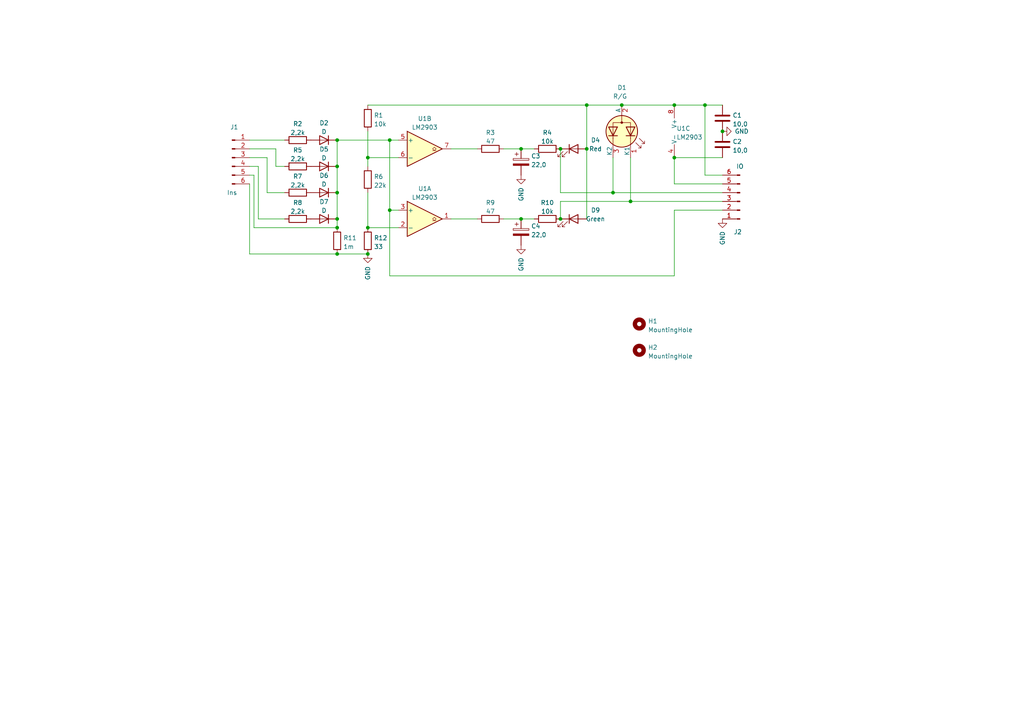
<source format=kicad_sch>
(kicad_sch (version 20211123) (generator eeschema)
  (paper "A4")
  (lib_symbols
    (symbol "Comparator:LM2903" (pin_names (offset 0.127))
      (property "Reference" "U" (at 3.81 3.81 0))
      (property "Value" "LM2903" (at 6.35 -3.81 0))
      (symbol "LM2903_1_1"
        (polyline (pts (xy -5.08 5.08) (xy 5.08 0) (xy -5.08 -5.08) (xy -5.08 5.08)) (stroke (width 0.254)) (fill (type background)))
        (polyline (pts (xy 3.302 -0.508) (xy 2.794 -0.508) (xy 3.302 0) (xy 2.794 0.508) (xy 2.286 0) (xy 2.794 -0.508) (xy 2.286 -0.508)) (stroke (width 0.127)))
        (pin open_collector line (at 7.62 0 180) (length 2.54) (name "~") (number "1"))
        (pin input line (at -7.62 -2.54 0) (length 2.54) (name "-") (number "2"))
        (pin input line (at -7.62 2.54 0) (length 2.54) (name "+") (number "3"))
      )
      (symbol "LM2903_2_1"
        (polyline (pts (xy -5.08 5.08) (xy 5.08 0) (xy -5.08 -5.08) (xy -5.08 5.08)) (stroke (width 0.254)) (fill (type background)))
        (polyline (pts (xy 3.302 -0.508) (xy 2.794 -0.508) (xy 3.302 0) (xy 2.794 0.508) (xy 2.286 0) (xy 2.794 -0.508) (xy 2.286 -0.508)) (stroke (width 0.127)))
        (pin input line (at -7.62 2.54 0) (length 2.54) (name "+") (number "5"))
        (pin input line (at -7.62 -2.54 0) (length 2.54) (name "-") (number "6"))
        (pin open_collector line (at 7.62 0 180) (length 2.54) (name "~") (number "7"))
      )
      (symbol "LM2903_3_1"
        (pin power_in line (at -2.54 -7.62 90) (length 3.81) (name "V-") (number "4"))
        (pin power_in line (at -2.54 7.62 270) (length 3.81) (name "V+") (number "8"))
      )
    )
    (symbol "Connector:Conn_01x06_Male" (pin_names (offset 1.016) hide)
      (property "Reference" "J" (at 0 7.62 0))
      (property "Value" "Conn_01x06_Male" (at 0 -10.16 0))
      (symbol "Conn_01x06_Male_1_1"
        (polyline (pts (xy 1.27 -7.62) (xy 0.8636 -7.62)) (stroke (width 0.1524)))
        (polyline (pts (xy 1.27 -5.08) (xy 0.8636 -5.08)) (stroke (width 0.1524)))
        (polyline (pts (xy 1.27 -2.54) (xy 0.8636 -2.54)) (stroke (width 0.1524)))
        (polyline (pts (xy 1.27 0) (xy 0.8636 0)) (stroke (width 0.1524)))
        (polyline (pts (xy 1.27 2.54) (xy 0.8636 2.54)) (stroke (width 0.1524)))
        (polyline (pts (xy 1.27 5.08) (xy 0.8636 5.08)) (stroke (width 0.1524)))
        (rectangle (start 0.8636 -7.493) (end 0 -7.747) (stroke (width 0.1524)) (fill (type outline)))
        (rectangle (start 0.8636 -4.953) (end 0 -5.207) (stroke (width 0.1524)) (fill (type outline)))
        (rectangle (start 0.8636 -2.413) (end 0 -2.667) (stroke (width 0.1524)) (fill (type outline)))
        (rectangle (start 0.8636 0.127) (end 0 -0.127) (stroke (width 0.1524)) (fill (type outline)))
        (rectangle (start 0.8636 2.667) (end 0 2.413) (stroke (width 0.1524)) (fill (type outline)))
        (rectangle (start 0.8636 5.207) (end 0 4.953) (stroke (width 0.1524)) (fill (type outline)))
        (pin passive line (at 5.08 5.08 180) (length 3.81) (name "Pin_1") (number "1"))
        (pin passive line (at 5.08 2.54 180) (length 3.81) (name "Pin_2") (number "2"))
        (pin passive line (at 5.08 0 180) (length 3.81) (name "Pin_3") (number "3"))
        (pin passive line (at 5.08 -2.54 180) (length 3.81) (name "Pin_4") (number "4"))
        (pin passive line (at 5.08 -5.08 180) (length 3.81) (name "Pin_5") (number "5"))
        (pin passive line (at 5.08 -7.62 180) (length 3.81) (name "Pin_6") (number "6"))
      )
    )
    (symbol "Device:C" (pin_numbers hide) (pin_names (offset 0.254))
      (property "Reference" "C" (at 0.635 2.54 0))
      (property "Value" "C" (at 0.635 -2.54 0))
      (symbol "C_0_1"
        (polyline (pts (xy -2.032 -0.762) (xy 2.032 -0.762)) (stroke (width 0.508)))
        (polyline (pts (xy -2.032 0.762) (xy 2.032 0.762)) (stroke (width 0.508)))
      )
      (symbol "C_1_1"
        (pin passive line (at 0 3.81 270) (length 2.794) (name "~") (number "1"))
        (pin passive line (at 0 -3.81 90) (length 2.794) (name "~") (number "2"))
      )
    )
    (symbol "Device:C_Polarized" (pin_numbers hide) (pin_names (offset 0.254))
      (property "Reference" "C" (at 0.635 2.54 0))
      (property "Value" "C_Polarized" (at 0.635 -2.54 0))
      (symbol "C_Polarized_0_1"
        (rectangle (start -2.286 0.508) (end 2.286 1.016))
        (polyline (pts (xy -1.778 2.286) (xy -0.762 2.286)))
        (polyline (pts (xy -1.27 2.794) (xy -1.27 1.778)))
        (rectangle (start 2.286 -0.508) (end -2.286 -1.016) (fill (type outline)))
      )
      (symbol "C_Polarized_1_1"
        (pin passive line (at 0 3.81 270) (length 2.794) (name "~") (number "1"))
        (pin passive line (at 0 -3.81 90) (length 2.794) (name "~") (number "2"))
      )
    )
    (symbol "Device:D" (pin_numbers hide) (pin_names (offset 1.016) hide)
      (property "Reference" "D" (at 0 2.54 0))
      (property "Value" "D" (at 0 -2.54 0))
      (symbol "D_0_1"
        (polyline (pts (xy -1.27 1.27) (xy -1.27 -1.27)) (stroke (width 0.254)))
        (polyline (pts (xy 1.27 0) (xy -1.27 0)))
        (polyline (pts (xy 1.27 1.27) (xy 1.27 -1.27) (xy -1.27 0) (xy 1.27 1.27)) (stroke (width 0.254)))
      )
      (symbol "D_1_1"
        (pin passive line (at -3.81 0 0) (length 2.54) (name "K") (number "1"))
        (pin passive line (at 3.81 0 180) (length 2.54) (name "A") (number "2"))
      )
    )
    (symbol "Device:LED" (pin_numbers hide) (pin_names (offset 1.016) hide)
      (property "Reference" "D" (at 0 2.54 0))
      (property "Value" "LED" (at 0 -2.54 0))
      (symbol "LED_0_1"
        (polyline (pts (xy -1.27 -1.27) (xy -1.27 1.27)) (stroke (width 0.254)))
        (polyline (pts (xy -1.27 0) (xy 1.27 0)))
        (polyline (pts (xy 1.27 -1.27) (xy 1.27 1.27) (xy -1.27 0) (xy 1.27 -1.27)) (stroke (width 0.254)))
        (polyline (pts (xy -3.048 -0.762) (xy -4.572 -2.286) (xy -3.81 -2.286) (xy -4.572 -2.286) (xy -4.572 -1.524)))
        (polyline (pts (xy -1.778 -0.762) (xy -3.302 -2.286) (xy -2.54 -2.286) (xy -3.302 -2.286) (xy -3.302 -1.524)))
      )
      (symbol "LED_1_1"
        (pin passive line (at -3.81 0 0) (length 2.54) (name "K") (number "1"))
        (pin passive line (at 3.81 0 180) (length 2.54) (name "A") (number "2"))
      )
    )
    (symbol "Device:LED_Dual_KAK" (pin_names (offset 0))
      (property "Reference" "D" (at 0 5.715 0))
      (property "Value" "LED_Dual_KAK" (at 0 -6.35 0))
      (symbol "LED_Dual_KAK_0_1"
        (circle (center -2.54 0) (radius 0.2794) (fill (type outline)))
        (polyline (pts (xy -4.572 0) (xy -2.54 0)))
        (polyline (pts (xy 1.27 -1.27) (xy 1.27 -3.81)) (stroke (width 0.254)))
        (polyline (pts (xy 1.27 3.81) (xy 1.27 1.27)) (stroke (width 0.254)))
        (polyline (pts (xy 3.81 -2.54) (xy 1.905 -2.54)))
        (polyline (pts (xy 3.81 2.54) (xy 1.905 2.54)))
        (polyline (pts (xy -1.27 -1.27) (xy -1.27 -3.81) (xy 1.27 -2.54) (xy -1.27 -1.27)) (stroke (width 0.254)))
        (polyline (pts (xy -1.27 3.81) (xy -1.27 1.27) (xy 1.27 2.54) (xy -1.27 3.81)) (stroke (width 0.254)))
        (polyline (pts (xy 2.032 2.54) (xy -2.54 2.54) (xy -2.54 -2.54) (xy 2.032 -2.54)))
        (polyline (pts (xy 2.032 5.08) (xy 3.556 6.604) (xy 2.794 6.604) (xy 3.556 6.604) (xy 3.556 5.842)))
        (polyline (pts (xy 3.302 4.064) (xy 4.826 5.588) (xy 4.064 5.588) (xy 4.826 5.588) (xy 4.826 4.826)))
        (circle (center 0 0) (radius 4.572) (stroke (width 0.254)) (fill (type background)))
      )
      (symbol "LED_Dual_KAK_1_1"
        (pin input line (at 7.62 2.54 180) (length 3.81) (name "K1") (number "1"))
        (pin input line (at -7.62 0 0) (length 3.048) (name "A") (number "2"))
        (pin input line (at 7.62 -2.54 180) (length 3.81) (name "K2") (number "3"))
      )
    )
    (symbol "Device:R" (pin_numbers hide) (pin_names (offset 0))
      (property "Reference" "R" (at 2.032 0 90))
      (property "Value" "R" (at 0 0 90))
      (symbol "R_0_1"
        (rectangle (start -1.016 -2.54) (end 1.016 2.54) (stroke (width 0.254)))
      )
      (symbol "R_1_1"
        (pin passive line (at 0 3.81 270) (length 1.27) (name "~") (number "1"))
        (pin passive line (at 0 -3.81 90) (length 1.27) (name "~") (number "2"))
      )
    )
    (symbol "Mechanical:MountingHole" (pin_names (offset 1.016))
      (property "Reference" "H" (at 0 5.08 0))
      (property "Value" "MountingHole" (at 0 3.175 0))
      (symbol "MountingHole_0_1"
        (circle (center 0 0) (radius 1.27) (stroke (width 1.27)))
      )
    )
    (symbol "power:GND" (power) (pin_names (offset 0))
      (property "Value" "GND" (at 0 -3.81 0))
      (symbol "GND_0_1"
        (polyline (pts (xy 0 0) (xy 0 -1.27) (xy 1.27 -1.27) (xy 0 -2.54) (xy -1.27 -1.27) (xy 0 -1.27)))
      )
      (symbol "GND_1_1"
        (pin power_in line (at 0 0 270) (length 0) hide (name "GND") (number "1"))
      )
    )
  )
  (junction (at 97.79 55.88))
  (junction (at 170.18 30.48))
  (junction (at 209.55 38.1))
  (junction (at 204.47 30.48))
  (junction (at 180.34 30.48))
  (junction (at 106.68 45.72))
  (junction (at 151.13 63.5))
  (junction (at 97.79 48.26))
  (junction (at 162.56 43.18))
  (junction (at 113.03 60.96))
  (junction (at 177.8 55.88))
  (junction (at 97.79 73.66))
  (junction (at 97.79 63.5))
  (junction (at 106.68 66.04))
  (junction (at 170.18 43.18))
  (junction (at 182.88 58.42))
  (junction (at 195.58 30.48))
  (junction (at 97.79 66.04))
  (junction (at 106.68 73.66))
  (junction (at 151.13 43.18))
  (junction (at 195.58 45.72))
  (junction (at 97.79 40.64))
  (junction (at 162.56 63.5))
  (junction (at 113.03 40.64))
  (wire (pts (xy 97.79 40.64) (xy 113.03 40.64)))
  (wire (pts (xy 72.39 45.72) (xy 77.47 45.72)))
  (wire (pts (xy 151.13 63.5) (xy 146.05 63.5)))
  (wire (pts (xy 115.57 45.72) (xy 106.68 45.72)))
  (wire (pts (xy 130.81 43.18) (xy 138.43 43.18)))
  (wire (pts (xy 97.79 63.5) (xy 97.79 66.04)))
  (wire (pts (xy 162.56 55.88) (xy 162.56 43.18)))
  (wire (pts (xy 151.13 63.5) (xy 154.94 63.5)))
  (wire (pts (xy 97.79 48.26) (xy 97.79 55.88)))
  (wire (pts (xy 209.55 50.8) (xy 204.47 50.8)))
  (wire (pts (xy 162.56 58.42) (xy 162.56 63.5)))
  (wire (pts (xy 209.55 58.42) (xy 182.88 58.42)))
  (wire (pts (xy 74.93 63.5) (xy 82.55 63.5)))
  (wire (pts (xy 97.79 73.66) (xy 106.68 73.66)))
  (wire (pts (xy 130.81 63.5) (xy 138.43 63.5)))
  (wire (pts (xy 209.55 55.88) (xy 177.8 55.88)))
  (wire (pts (xy 115.57 60.96) (xy 113.03 60.96)))
  (wire (pts (xy 106.68 45.72) (xy 106.68 48.26)))
  (wire (pts (xy 182.88 58.42) (xy 162.56 58.42)))
  (wire (pts (xy 72.39 53.34) (xy 72.39 73.66)))
  (wire (pts (xy 72.39 73.66) (xy 97.79 73.66)))
  (wire (pts (xy 170.18 30.48) (xy 170.18 43.18)))
  (wire (pts (xy 151.13 43.18) (xy 146.05 43.18)))
  (wire (pts (xy 170.18 30.48) (xy 180.34 30.48)))
  (wire (pts (xy 113.03 40.64) (xy 115.57 40.64)))
  (wire (pts (xy 195.58 60.96) (xy 195.58 80.01)))
  (wire (pts (xy 106.68 38.1) (xy 106.68 45.72)))
  (wire (pts (xy 72.39 40.64) (xy 82.55 40.64)))
  (wire (pts (xy 106.68 66.04) (xy 115.57 66.04)))
  (wire (pts (xy 170.18 43.18) (xy 170.18 63.5)))
  (wire (pts (xy 113.03 60.96) (xy 113.03 40.64)))
  (wire (pts (xy 177.8 55.88) (xy 162.56 55.88)))
  (wire (pts (xy 97.79 55.88) (xy 97.79 63.5)))
  (wire (pts (xy 182.88 45.72) (xy 182.88 58.42)))
  (wire (pts (xy 72.39 43.18) (xy 80.01 43.18)))
  (wire (pts (xy 195.58 80.01) (xy 113.03 80.01)))
  (wire (pts (xy 77.47 55.88) (xy 82.55 55.88)))
  (wire (pts (xy 73.66 50.8) (xy 73.66 66.04)))
  (wire (pts (xy 180.34 30.48) (xy 195.58 30.48)))
  (wire (pts (xy 106.68 30.48) (xy 170.18 30.48)))
  (wire (pts (xy 72.39 50.8) (xy 73.66 50.8)))
  (wire (pts (xy 113.03 80.01) (xy 113.03 60.96)))
  (wire (pts (xy 97.79 66.04) (xy 73.66 66.04)))
  (wire (pts (xy 80.01 48.26) (xy 82.55 48.26)))
  (wire (pts (xy 195.58 30.48) (xy 204.47 30.48)))
  (wire (pts (xy 151.13 43.18) (xy 154.94 43.18)))
  (wire (pts (xy 209.55 53.34) (xy 195.58 53.34)))
  (wire (pts (xy 209.55 60.96) (xy 195.58 60.96)))
  (wire (pts (xy 97.79 40.64) (xy 97.79 48.26)))
  (wire (pts (xy 177.8 45.72) (xy 177.8 55.88)))
  (wire (pts (xy 74.93 48.26) (xy 74.93 63.5)))
  (wire (pts (xy 195.58 53.34) (xy 195.58 45.72)))
  (wire (pts (xy 204.47 50.8) (xy 204.47 30.48)))
  (wire (pts (xy 204.47 30.48) (xy 209.55 30.48)))
  (wire (pts (xy 195.58 45.72) (xy 209.55 45.72)))
  (wire (pts (xy 80.01 43.18) (xy 80.01 48.26)))
  (wire (pts (xy 106.68 55.88) (xy 106.68 66.04)))
  (wire (pts (xy 77.47 45.72) (xy 77.47 55.88)))
  (wire (pts (xy 72.39 48.26) (xy 74.93 48.26)))
  (symbol (lib_id "power:GND") (at 209.55 63.5 0) (unit 1)
    (property "Reference" "#PWR03" (effects hide))
    (property "Value" "GND" (at 209.55 71.12 90) (effects (justify left)))
  )
  (symbol (lib_id "Device:R") (at 158.75 43.18 90) (unit 1)
    (property "Reference" "R4" (at 158.75 38.4642 90))
    (property "Value" "10k" (at 158.75 41.0011 90))
    (property "Footprint" "Resistor_SMD:R_1206_3216Metric_Pad1.30x1.75mm_HandSolder" (effects hide))
  )
  (symbol (lib_id "Connector:Conn_01x06_Male") (at 67.31 45.72 0) (unit 1)
    (property "Reference" "J1" (at 67.945 36.864 0))
    (property "Value" "Ins" (at 67.31 55.88 0))
    (property "Footprint" "Connector_PinHeader_2.54mm:PinHeader_1x06_P2.54mm_Vertical" (effects hide))
  )
  (symbol (lib_id "Device:D") (at 93.98 63.5 180) (unit 1)
    (property "Reference" "D7" (at 93.98 58.5302 0))
    (property "Value" "D" (at 93.98 61.0671 0))
    (property "Footprint" "Diode_SMD:D_MiniMELF_Handsoldering" (effects hide))
  )
  (symbol (lib_id "Device:R") (at 106.68 34.29 0) (unit 1)
    (property "Reference" "R1" (at 108.458 33.4553 0) (effects (justify left)))
    (property "Value" "10k" (at 108.458 35.9922 0) (effects (justify left)))
    (property "Footprint" "Resistor_SMD:R_1206_3216Metric_Pad1.30x1.75mm_HandSolder" (effects hide))
  )
  (symbol (lib_id "Device:D") (at 93.98 48.26 180) (unit 1)
    (property "Reference" "D5" (at 93.98 43.2902 0))
    (property "Value" "D" (at 93.98 45.8271 0))
    (property "Footprint" "Diode_SMD:D_MiniMELF_Handsoldering" (effects hide))
  )
  (symbol (lib_id "Device:R") (at 86.36 40.64 270) (unit 1)
    (property "Reference" "R2" (at 86.36 35.9242 90))
    (property "Value" "2,2k" (at 86.36 38.4611 90))
    (property "Footprint" "Resistor_SMD:R_1206_3216Metric_Pad1.30x1.75mm_HandSolder" (effects hide))
  )
  (symbol (lib_id "power:GND") (at 151.13 50.8 0) (unit 1)
    (property "Reference" "#PWR02" (effects hide))
    (property "Value" "GND" (at 151.13 58.42 90) (effects (justify left)))
  )
  (symbol (lib_id "Device:R") (at 158.75 63.5 90) (unit 1)
    (property "Reference" "R10" (at 158.75 58.7842 90))
    (property "Value" "10k" (at 158.75 61.3211 90))
    (property "Footprint" "Resistor_SMD:R_1206_3216Metric_Pad1.30x1.75mm_HandSolder" (effects hide))
  )
  (symbol (lib_id "power:GND") (at 209.55 38.1 90) (unit 1)
    (property "Reference" "#PWR01" (effects hide))
    (property "Value" "GND" (at 217.17 38.1 90) (effects (justify left)))
  )
  (symbol (lib_id "Device:D") (at 93.98 55.88 180) (unit 1)
    (property "Reference" "D6" (at 93.98 50.9102 0))
    (property "Value" "D" (at 93.98 53.4471 0))
    (property "Footprint" "Diode_SMD:D_MiniMELF_Handsoldering" (effects hide))
  )
  (symbol (lib_id "Device:LED_Dual_KAK") (at 180.34 38.1 270) (unit 1)
    (property "Reference" "D1" (at 179.07 25.4 90) (effects (justify left)))
    (property "Value" "R/G" (at 177.8 27.94 90) (effects (justify left)))
    (property "Footprint" "LED_THT:LED_D3.0mm-3" (effects hide))
  )
  (symbol (lib_id "Device:R") (at 86.36 63.5 270) (unit 1)
    (property "Reference" "R8" (at 86.36 58.7842 90))
    (property "Value" "2,2k" (at 86.36 61.3211 90))
    (property "Footprint" "Resistor_SMD:R_1206_3216Metric_Pad1.30x1.75mm_HandSolder" (effects hide))
  )
  (symbol (lib_id "Device:R") (at 142.24 63.5 270) (unit 1)
    (property "Reference" "R9" (at 142.24 58.7842 90))
    (property "Value" "47" (at 142.24 61.3211 90))
    (property "Footprint" "Resistor_SMD:R_1206_3216Metric_Pad1.30x1.75mm_HandSolder" (effects hide))
  )
  (symbol (lib_id "Mechanical:MountingHole") (at 185.42 93.98 0) (unit 1)
    (property "Reference" "H1" (at 187.96 93.1453 0) (effects (justify left)))
    (property "Value" "MountingHole" (at 187.96 95.6822 0) (effects (justify left)))
    (property "Footprint" "MountingHole:MountingHole_2.2mm_M2" (effects hide))
  )
  (symbol (lib_id "Device:LED") (at 166.37 43.18 0) (unit 1)
    (property "Reference" "D4" (at 172.72 40.64 0))
    (property "Value" "Red" (at 172.72 43.18 0))
    (property "Footprint" "LED_THT:LED_D3.0mm" (effects hide))
  )
  (symbol (lib_id "Device:C") (at 209.55 41.91 180) (unit 1)
    (property "Reference" "C2" (at 212.471 41.0753 0) (effects (justify right)))
    (property "Value" "10,0" (at 212.471 43.6122 0) (effects (justify right)))
    (property "Footprint" "Capacitor_SMD:C_0805_2012Metric_Pad1.18x1.45mm_HandSolder" (effects hide))
  )
  (symbol (lib_id "Device:R") (at 106.68 69.85 0) (unit 1)
    (property "Reference" "R12" (at 108.458 69.0153 0) (effects (justify left)))
    (property "Value" "33" (at 108.458 71.5522 0) (effects (justify left)))
    (property "Footprint" "Resistor_SMD:R_1206_3216Metric_Pad1.30x1.75mm_HandSolder" (effects hide))
  )
  (symbol (lib_id "Comparator:LM2903") (at 123.19 63.5 0) (unit 1)
    (property "Reference" "U1" (at 123.19 54.7202 0))
    (property "Value" "LM2903" (at 123.19 57.2571 0))
    (property "Footprint" "Package_SO:SOIC-8_3.9x4.9mm_P1.27mm" (effects hide))
    (property "Datasheet" "http://www.ti.com/lit/ds/symlink/lm393.pdf" (effects hide))
  )
  (symbol (lib_id "Device:LED") (at 166.37 63.5 0) (unit 1)
    (property "Reference" "D9" (at 172.72 60.96 0))
    (property "Value" "Green" (at 172.72 63.5 0))
    (property "Footprint" "LED_THT:LED_D3.0mm" (effects hide))
  )
  (symbol (lib_id "Comparator:LM2903") (at 198.12 38.1 0) (unit 3)
    (property "Reference" "U1" (at 196.215 37.2653 0) (effects (justify left)))
    (property "Value" "LM2903" (at 196.215 39.8022 0) (effects (justify left)))
    (property "Footprint" "Package_SO:SOIC-8_3.9x4.9mm_P1.27mm" (effects hide))
    (property "Datasheet" "http://www.ti.com/lit/ds/symlink/lm393.pdf" (effects hide))
  )
  (symbol (lib_id "power:GND") (at 106.68 73.66 0) (unit 1)
    (property "Reference" "#PWR05" (effects hide))
    (property "Value" "GND" (at 106.68 81.28 90) (effects (justify left)))
  )
  (symbol (lib_id "Device:R") (at 86.36 48.26 270) (unit 1)
    (property "Reference" "R5" (at 86.36 43.5442 90))
    (property "Value" "2,2k" (at 86.36 46.0811 90))
    (property "Footprint" "Resistor_SMD:R_1206_3216Metric_Pad1.30x1.75mm_HandSolder" (effects hide))
  )
  (symbol (lib_id "power:GND") (at 151.13 71.12 0) (unit 1)
    (property "Reference" "#PWR04" (effects hide))
    (property "Value" "GND" (at 151.13 78.74 90) (effects (justify left)))
  )
  (symbol (lib_id "Device:C") (at 209.55 34.29 180) (unit 1)
    (property "Reference" "C1" (at 212.471 33.4553 0) (effects (justify right)))
    (property "Value" "10,0" (at 212.471 35.9922 0) (effects (justify right)))
    (property "Footprint" "Capacitor_SMD:C_0805_2012Metric_Pad1.18x1.45mm_HandSolder" (effects hide))
  )
  (symbol (lib_id "Device:D") (at 93.98 40.64 180) (unit 1)
    (property "Reference" "D2" (at 93.98 35.6702 0))
    (property "Value" "D" (at 93.98 38.2071 0))
    (property "Footprint" "Diode_SMD:D_MiniMELF_Handsoldering" (effects hide))
  )
  (symbol (lib_id "Connector:Conn_01x06_Male") (at 214.63 58.42 180) (unit 1)
    (property "Reference" "J2" (at 213.995 67.276 0))
    (property "Value" "IO" (at 214.63 48.26 0))
    (property "Footprint" "Connector_PinHeader_2.54mm:PinHeader_1x06_P2.54mm_Vertical" (effects hide))
  )
  (symbol (lib_id "Mechanical:MountingHole") (at 185.42 101.6 0) (unit 1)
    (property "Reference" "H2" (at 187.96 100.7653 0) (effects (justify left)))
    (property "Value" "MountingHole" (at 187.96 103.3022 0) (effects (justify left)))
    (property "Footprint" "MountingHole:MountingHole_2.2mm_M2" (effects hide))
  )
  (symbol (lib_id "Device:R") (at 106.68 52.07 0) (unit 1)
    (property "Reference" "R6" (at 108.458 51.2353 0) (effects (justify left)))
    (property "Value" "22k" (at 108.458 53.7722 0) (effects (justify left)))
    (property "Footprint" "Resistor_SMD:R_1206_3216Metric_Pad1.30x1.75mm_HandSolder" (effects hide))
  )
  (symbol (lib_id "Device:R") (at 142.24 43.18 270) (unit 1)
    (property "Reference" "R3" (at 142.24 38.4642 90))
    (property "Value" "47" (at 142.24 41.0011 90))
    (property "Footprint" "Resistor_SMD:R_1206_3216Metric_Pad1.30x1.75mm_HandSolder" (effects hide))
  )
  (symbol (lib_id "Comparator:LM2903") (at 123.19 43.18 0) (unit 2)
    (property "Reference" "U1" (at 123.19 34.4002 0))
    (property "Value" "LM2903" (at 123.19 36.9371 0))
    (property "Footprint" "Package_SO:SOIC-8_3.9x4.9mm_P1.27mm" (effects hide))
    (property "Datasheet" "http://www.ti.com/lit/ds/symlink/lm393.pdf" (effects hide))
  )
  (symbol (lib_id "Device:C_Polarized") (at 151.13 46.99 0) (unit 1)
    (property "Reference" "C3" (at 154.051 45.2663 0) (effects (justify left)))
    (property "Value" "22,0" (at 154.051 47.8032 0) (effects (justify left)))
    (property "Footprint" "Capacitor_SMD:C_0805_2012Metric_Pad1.18x1.45mm_HandSolder" (effects hide))
  )
  (symbol (lib_id "Device:R") (at 97.79 69.85 0) (unit 1)
    (property "Reference" "R11" (at 99.568 69.0153 0) (effects (justify left)))
    (property "Value" "1m" (at 99.568 71.5522 0) (effects (justify left)))
    (property "Footprint" "Resistor_SMD:R_1206_3216Metric_Pad1.30x1.75mm_HandSolder" (effects hide))
  )
  (symbol (lib_id "Device:R") (at 86.36 55.88 270) (unit 1)
    (property "Reference" "R7" (at 86.36 51.1642 90))
    (property "Value" "2,2k" (at 86.36 53.7011 90))
    (property "Footprint" "Resistor_SMD:R_1206_3216Metric_Pad1.30x1.75mm_HandSolder" (effects hide))
  )
  (symbol (lib_id "Device:C_Polarized") (at 151.13 67.31 0) (unit 1)
    (property "Reference" "C4" (at 154.051 65.5863 0) (effects (justify left)))
    (property "Value" "22,0" (at 154.051 68.1232 0) (effects (justify left)))
    (property "Footprint" "Capacitor_SMD:C_0805_2012Metric_Pad1.18x1.45mm_HandSolder" (effects hide))
  )
)
</source>
